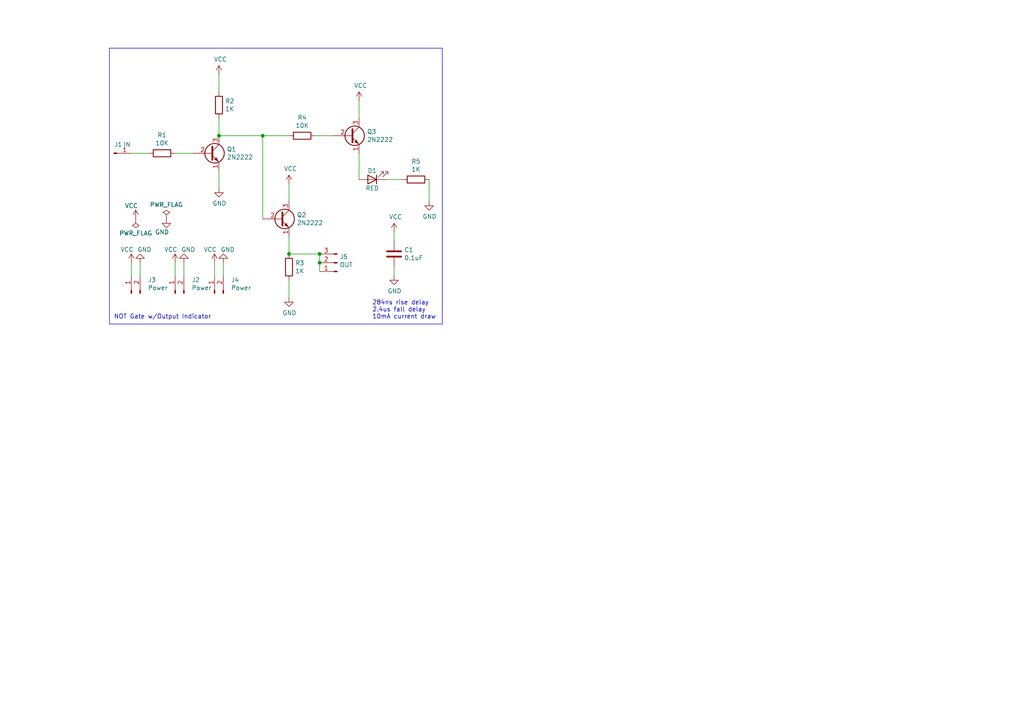
<source format=kicad_sch>
(kicad_sch (version 20230121) (generator eeschema)
  (paper "A4")
  (title_block (title "NOT Gate") (date "2019-12-22") (rev "2"))
  (lib_symbols
    (symbol "2n2222:2N2222" (pin_names (offset 0) hide)
      (property "Reference" "Q" (at 5.08 1.905 0))
      (property "Value" "2N2222" (at 5.08 0 0))
      (symbol "2N2222_0_1"
        (polyline (pts (xy 0.635 0.635) (xy 2.54 2.54)))
        (polyline (pts (xy 0.635 -0.635) (xy 2.54 -2.54) (xy 2.54 -2.54)))
        (polyline (pts (xy 0.635 1.905) (xy 0.635 -1.905) (xy 0.635 -1.905)) (stroke (width 0.508)))
        (polyline (pts (xy 1.27 -1.778) (xy 1.778 -1.27) (xy 2.286 -2.286) (xy 1.27 -1.778) (xy 1.27 -1.778)) (fill (type outline)))
        (circle (center 1.27 0) (radius 2.8194) (stroke (width 0.254)))
      )
      (symbol "2N2222_1_1"
        (pin passive line (at 2.54 -5.08 90) (length 2.54) (name "E") (number "1"))
        (pin passive line (at -5.08 0 0) (length 5.715) (name "B") (number "2"))
        (pin passive line (at 2.54 5.08 270) (length 2.54) (name "C") (number "3"))
      )
    )
    (symbol "Connector:Conn_01x01_Pin" (pin_names (offset 1.016) hide)
      (property "Reference" "J" (at 0 2.54 0))
      (property "Value" "Conn_01x01_Pin" (at 0 -2.54 0))
      (symbol "Conn_01x01_Pin_1_1"
        (polyline (pts (xy 1.27 0) (xy 0.8636 0)) (stroke (width 0.1524)))
        (rectangle (start 0.8636 0.127) (end 0 -0.127) (stroke (width 0.1524)) (fill (type outline)))
        (pin passive line (at 5.08 0 180) (length 3.81) (name "Pin_1") (number "1"))
      )
    )
    (symbol "Connector:Conn_01x02_Pin" (pin_names (offset 1.016) hide)
      (property "Reference" "J" (at 0 2.54 0))
      (property "Value" "Conn_01x02_Pin" (at 0 -5.08 0))
      (symbol "Conn_01x02_Pin_1_1"
        (polyline (pts (xy 1.27 -2.54) (xy 0.8636 -2.54)) (stroke (width 0.1524)))
        (polyline (pts (xy 1.27 0) (xy 0.8636 0)) (stroke (width 0.1524)))
        (rectangle (start 0.8636 -2.413) (end 0 -2.667) (stroke (width 0.1524)) (fill (type outline)))
        (rectangle (start 0.8636 0.127) (end 0 -0.127) (stroke (width 0.1524)) (fill (type outline)))
        (pin passive line (at 5.08 0 180) (length 3.81) (name "Pin_1") (number "1"))
        (pin passive line (at 5.08 -2.54 180) (length 3.81) (name "Pin_2") (number "2"))
      )
    )
    (symbol "Connector:Conn_01x03_Pin" (pin_names (offset 1.016) hide)
      (property "Reference" "J" (at 0 5.08 0))
      (property "Value" "Conn_01x03_Pin" (at 0 -5.08 0))
      (symbol "Conn_01x03_Pin_1_1"
        (polyline (pts (xy 1.27 -2.54) (xy 0.8636 -2.54)) (stroke (width 0.1524)))
        (polyline (pts (xy 1.27 0) (xy 0.8636 0)) (stroke (width 0.1524)))
        (polyline (pts (xy 1.27 2.54) (xy 0.8636 2.54)) (stroke (width 0.1524)))
        (rectangle (start 0.8636 -2.413) (end 0 -2.667) (stroke (width 0.1524)) (fill (type outline)))
        (rectangle (start 0.8636 0.127) (end 0 -0.127) (stroke (width 0.1524)) (fill (type outline)))
        (rectangle (start 0.8636 2.667) (end 0 2.413) (stroke (width 0.1524)) (fill (type outline)))
        (pin passive line (at 5.08 2.54 180) (length 3.81) (name "Pin_1") (number "1"))
        (pin passive line (at 5.08 0 180) (length 3.81) (name "Pin_2") (number "2"))
        (pin passive line (at 5.08 -2.54 180) (length 3.81) (name "Pin_3") (number "3"))
      )
    )
    (symbol "Device:C" (pin_numbers hide) (pin_names (offset 0.254))
      (property "Reference" "C" (at 0.635 2.54 0))
      (property "Value" "C" (at 0.635 -2.54 0))
      (symbol "C_0_1"
        (polyline (pts (xy -2.032 -0.762) (xy 2.032 -0.762)) (stroke (width 0.508)))
        (polyline (pts (xy -2.032 0.762) (xy 2.032 0.762)) (stroke (width 0.508)))
      )
      (symbol "C_1_1"
        (pin passive line (at 0 3.81 270) (length 2.794) (name "~") (number "1"))
        (pin passive line (at 0 -3.81 90) (length 2.794) (name "~") (number "2"))
      )
    )
    (symbol "Device:LED" (pin_numbers hide) (pin_names (offset 1.016) hide)
      (property "Reference" "D" (at 0 2.54 0))
      (property "Value" "LED" (at 0 -2.54 0))
      (symbol "LED_0_1"
        (polyline (pts (xy -1.27 -1.27) (xy -1.27 1.27)) (stroke (width 0.254)))
        (polyline (pts (xy -1.27 0) (xy 1.27 0)))
        (polyline (pts (xy 1.27 -1.27) (xy 1.27 1.27) (xy -1.27 0) (xy 1.27 -1.27)) (stroke (width 0.254)))
        (polyline (pts (xy -3.048 -0.762) (xy -4.572 -2.286) (xy -3.81 -2.286) (xy -4.572 -2.286) (xy -4.572 -1.524)))
        (polyline (pts (xy -1.778 -0.762) (xy -3.302 -2.286) (xy -2.54 -2.286) (xy -3.302 -2.286) (xy -3.302 -1.524)))
      )
      (symbol "LED_1_1"
        (pin passive line (at -3.81 0 0) (length 2.54) (name "K") (number "1"))
        (pin passive line (at 3.81 0 180) (length 2.54) (name "A") (number "2"))
      )
    )
    (symbol "Device:R" (pin_numbers hide) (pin_names (offset 0))
      (property "Reference" "R" (at 2.032 0 90))
      (property "Value" "R" (at 0 0 90))
      (symbol "R_0_1"
        (rectangle (start -1.016 -2.54) (end 1.016 2.54) (stroke (width 0.254)))
      )
      (symbol "R_1_1"
        (pin passive line (at 0 3.81 270) (length 1.27) (name "~") (number "1"))
        (pin passive line (at 0 -3.81 90) (length 1.27) (name "~") (number "2"))
      )
    )
    (symbol "power:GND" (power) (pin_names (offset 0))
      (property "Value" "GND" (at 0 -3.81 0))
      (symbol "GND_0_1"
        (polyline (pts (xy 0 0) (xy 0 -1.27) (xy 1.27 -1.27) (xy 0 -2.54) (xy -1.27 -1.27) (xy 0 -1.27)))
      )
      (symbol "GND_1_1"
        (pin power_in line (at 0 0 270) (length 0) hide (name "GND") (number "1"))
      )
    )
    (symbol "power:PWR_FLAG" (power) (pin_numbers hide) (pin_names (offset 0) hide)
      (property "Value" "PWR_FLAG" (at 0 3.81 0))
      (symbol "PWR_FLAG_0_0"
        (pin power_out line (at 0 0 90) (length 0) (name "pwr") (number "1"))
      )
      (symbol "PWR_FLAG_0_1"
        (polyline (pts (xy 0 0) (xy 0 1.27) (xy -1.016 1.905) (xy 0 2.54) (xy 1.016 1.905) (xy 0 1.27)))
      )
    )
    (symbol "power:VCC" (power) (pin_names (offset 0))
      (property "Value" "VCC" (at 0 3.81 0))
      (symbol "VCC_0_1"
        (polyline (pts (xy -0.762 1.27) (xy 0 2.54)))
        (polyline (pts (xy 0 0) (xy 0 2.54)))
        (polyline (pts (xy 0 2.54) (xy 0.762 1.27)))
      )
      (symbol "VCC_1_1"
        (pin power_in line (at 0 0 90) (length 0) hide (name "VCC") (number "1"))
      )
    )
  )
  (junction (at 92.71 76.2))
  (junction (at 92.71 73.66))
  (junction (at 76.2 39.37))
  (junction (at 83.82 73.66))
  (junction (at 63.5 39.37))
  (wire (pts (xy 83.82 39.37) (xy 76.2 39.37)))
  (wire (pts (xy 76.2 39.37) (xy 63.5 39.37)))
  (wire (pts (xy 50.8 76.2) (xy 50.8 80.01)))
  (wire (pts (xy 83.82 81.28) (xy 83.82 86.36)))
  (wire (pts (xy 53.34 80.01) (xy 53.34 76.2)))
  (wire (pts (xy 83.82 58.42) (xy 83.82 53.34)))
  (wire (pts (xy 83.82 73.66) (xy 92.71 73.66)))
  (polyline (pts (xy 31.75 13.97) (xy 31.75 93.98)))
  (wire (pts (xy 111.76 52.07) (xy 116.84 52.07)))
  (wire (pts (xy 114.3 67.31) (xy 114.3 69.85)))
  (wire (pts (xy 114.3 77.47) (xy 114.3 80.01)))
  (wire (pts (xy 38.1 80.01) (xy 38.1 76.2)))
  (wire (pts (xy 92.71 73.66) (xy 92.71 76.2)))
  (wire (pts (xy 62.23 76.2) (xy 62.23 80.01)))
  (polyline (pts (xy 128.27 93.98) (xy 128.27 13.97)))
  (wire (pts (xy 76.2 63.5) (xy 76.2 39.37)))
  (wire (pts (xy 91.44 39.37) (xy 96.52 39.37)))
  (wire (pts (xy 64.77 80.01) (xy 64.77 76.2)))
  (wire (pts (xy 104.14 44.45) (xy 104.14 52.07)))
  (wire (pts (xy 104.14 34.29) (xy 104.14 29.21)))
  (polyline (pts (xy 31.75 93.98) (xy 128.27 93.98)))
  (wire (pts (xy 63.5 49.53) (xy 63.5 54.61)))
  (wire (pts (xy 83.82 73.66) (xy 83.82 68.58)))
  (wire (pts (xy 50.8 44.45) (xy 55.88 44.45)))
  (wire (pts (xy 38.1 44.45) (xy 43.18 44.45)))
  (polyline (pts (xy 128.27 13.97) (xy 31.75 13.97)))
  (wire (pts (xy 63.5 39.37) (xy 63.5 34.29)))
  (wire (pts (xy 92.71 76.2) (xy 92.71 78.74)))
  (wire (pts (xy 63.5 26.67) (xy 63.5 21.59)))
  (wire (pts (xy 40.64 80.01) (xy 40.64 76.2)))
  (wire (pts (xy 124.46 52.07) (xy 124.46 58.42)))
  (text "284ns rise delay\n2.4us fall delay\n10mA current draw" (at 107.95 92.71 0) (effects (font (size 1.27 1.27)) (justify left bottom)))
  (text "NOT Gate w/Output Indicator" (at 33.02 92.71 0) (effects (font (size 1.27 1.27)) (justify left bottom)))
  (symbol (lib_id "Connector:Conn_01x01_Pin") (at 33.02 44.45 0) (unit 1)
    (property "Reference" "J1" (at 34.29 41.91 0))
    (property "Value" "IN" (at 36.83 41.91 0))
    (property "Footprint" "Connector_PinHeader_2.54mm:PinHeader_1x01_P2.54mm_Vertical" (effects hide))
  )
  (symbol (lib_id "Device:R") (at 46.99 44.45 270) (unit 1)
    (property "Reference" "R1" (at 46.99 39.1922 90))
    (property "Value" "10K" (at 46.99 41.5036 90))
    (property "Footprint" "Resistor_THT:R_Axial_DIN0309_L9.0mm_D3.2mm_P12.70mm_Horizontal" (effects hide))
  )
  (symbol (lib_id "Connector:Conn_01x03_Pin") (at 97.79 76.2 180) (unit 1)
    (property "Reference" "J5" (at 98.5012 74.4728 0) (effects (justify right)))
    (property "Value" "OUT" (at 98.5012 76.7842 0) (effects (justify right)))
    (property "Footprint" "Connector_PinHeader_2.54mm:PinHeader_1x03_P2.54mm_Vertical" (effects hide))
  )
  (symbol (lib_id "2n2222:2N2222") (at 60.96 44.45 0) (unit 1)
    (property "Reference" "Q1" (at 65.786 43.2816 0) (effects (justify left)))
    (property "Value" "2N2222" (at 65.786 45.593 0) (effects (justify left)))
    (property "Footprint" "Package_TO_SOT_THT:TO-92_Inline" (effects hide))
    (property "Datasheet" "https://www.fairchildsemi.com/datasheets/2N/2N3904.pdf" (effects hide))
  )
  (symbol (lib_id "2n2222:2N2222") (at 101.6 39.37 0) (unit 1)
    (property "Reference" "Q3" (at 106.426 38.2016 0) (effects (justify left)))
    (property "Value" "2N2222" (at 106.426 40.513 0) (effects (justify left)))
    (property "Footprint" "Package_TO_SOT_THT:TO-92_Inline" (effects hide))
    (property "Datasheet" "https://www.fairchildsemi.com/datasheets/2N/2N3904.pdf" (effects hide))
  )
  (symbol (lib_id "2n2222:2N2222") (at 81.28 63.5 0) (unit 1)
    (property "Reference" "Q2" (at 86.106 62.3316 0) (effects (justify left)))
    (property "Value" "2N2222" (at 86.106 64.643 0) (effects (justify left)))
    (property "Footprint" "Package_TO_SOT_THT:TO-92_Inline" (effects hide))
    (property "Datasheet" "https://www.fairchildsemi.com/datasheets/2N/2N3904.pdf" (effects hide))
  )
  (symbol (lib_id "Device:R") (at 87.63 39.37 270) (unit 1)
    (property "Reference" "R4" (at 87.63 34.1122 90))
    (property "Value" "10K" (at 87.63 36.4236 90))
    (property "Footprint" "Resistor_THT:R_Axial_DIN0309_L9.0mm_D3.2mm_P12.70mm_Horizontal" (effects hide))
  )
  (symbol (lib_id "Connector:Conn_01x02_Pin") (at 50.8 85.09 90) (unit 1)
    (property "Reference" "J2" (at 55.5752 81.1784 90) (effects (justify right)))
    (property "Value" "Power" (at 55.5752 83.4898 90) (effects (justify right)))
    (property "Footprint" "Connector_PinHeader_2.54mm:PinHeader_1x02_P2.54mm_Vertical" (effects hide))
  )
  (symbol (lib_id "Device:R") (at 120.65 52.07 90) (unit 1)
    (property "Reference" "R5" (at 120.65 46.8122 90))
    (property "Value" "1K" (at 120.65 49.1236 90))
    (property "Footprint" "Resistor_THT:R_Axial_DIN0309_L9.0mm_D3.2mm_P12.70mm_Horizontal" (effects hide))
  )
  (symbol (lib_id "Device:R") (at 83.82 77.47 0) (unit 1)
    (property "Reference" "R3" (at 85.598 76.3016 0) (effects (justify left)))
    (property "Value" "1K" (at 85.598 78.613 0) (effects (justify left)))
    (property "Footprint" "Resistor_THT:R_Axial_DIN0309_L9.0mm_D3.2mm_P12.70mm_Horizontal" (effects hide))
  )
  (symbol (lib_id "Device:R") (at 63.5 30.48 0) (unit 1)
    (property "Reference" "R2" (at 65.278 29.3116 0) (effects (justify left)))
    (property "Value" "1K" (at 65.278 31.623 0) (effects (justify left)))
    (property "Footprint" "Resistor_THT:R_Axial_DIN0309_L9.0mm_D3.2mm_P12.70mm_Horizontal" (effects hide))
  )
  (symbol (lib_id "Connector:Conn_01x02_Pin") (at 62.23 85.09 90) (unit 1)
    (property "Reference" "J4" (at 67.0052 81.1784 90) (effects (justify right)))
    (property "Value" "Power" (at 67.0052 83.4898 90) (effects (justify right)))
    (property "Footprint" "Connector_PinHeader_2.54mm:PinHeader_1x02_P2.54mm_Vertical" (effects hide))
  )
  (symbol (lib_id "power:VCC") (at 63.5 21.59 0) (unit 1)
    (property "Reference" "#PWR01" (effects hide))
    (property "Value" "VCC" (at 63.9318 17.1958 0))
  )
  (symbol (lib_id "power:VCC") (at 104.14 29.21 0) (unit 1)
    (property "Reference" "#PWR05" (effects hide))
    (property "Value" "VCC" (at 104.5718 24.8158 0))
  )
  (symbol (lib_id "power:GND") (at 53.34 76.2 180) (unit 1)
    (property "Reference" "#PWR010" (effects hide))
    (property "Value" "GND" (at 54.61 72.39 0))
  )
  (symbol (lib_id "power:GND") (at 63.5 54.61 0) (unit 1)
    (property "Reference" "#PWR02" (effects hide))
    (property "Value" "GND" (at 63.627 59.0042 0))
  )
  (symbol (lib_id "power:GND") (at 64.77 76.2 180) (unit 1)
    (property "Reference" "#PWR012" (effects hide))
    (property "Value" "GND" (at 66.04 72.39 0))
  )
  (symbol (lib_id "power:GND") (at 124.46 58.42 0) (unit 1)
    (property "Reference" "#PWR06" (effects hide))
    (property "Value" "GND" (at 124.587 62.8142 0))
  )
  (symbol (lib_id "power:GND") (at 83.82 86.36 0) (unit 1)
    (property "Reference" "#PWR04" (effects hide))
    (property "Value" "GND" (at 83.947 90.7542 0))
  )
  (symbol (lib_id "power:VCC") (at 50.8 76.2 0) (unit 1)
    (property "Reference" "#PWR09" (effects hide))
    (property "Value" "VCC" (at 49.53 72.39 0))
  )
  (symbol (lib_id "power:VCC") (at 62.23 76.2 0) (unit 1)
    (property "Reference" "#PWR011" (effects hide))
    (property "Value" "VCC" (at 60.96 72.39 0))
  )
  (symbol (lib_id "Device:LED") (at 107.95 52.07 180) (unit 1)
    (property "Reference" "D1" (at 107.95 49.53 0))
    (property "Value" "RED" (at 107.95 54.61 0))
    (property "Footprint" "LED_THT:LED_D5.0mm" (effects hide))
  )
  (symbol (lib_id "power:VCC") (at 83.82 53.34 0) (unit 1)
    (property "Reference" "#PWR03" (effects hide))
    (property "Value" "VCC" (at 84.2518 48.9458 0))
  )
  (symbol (lib_id "power:VCC") (at 114.3 67.31 0) (unit 1)
    (property "Reference" "#PWR013" (effects hide))
    (property "Value" "VCC" (at 114.7318 62.9158 0))
  )
  (symbol (lib_id "power:GND") (at 114.3 80.01 0) (unit 1)
    (property "Reference" "#PWR014" (effects hide))
    (property "Value" "GND" (at 114.427 84.4042 0))
  )
  (symbol (lib_id "Device:C") (at 114.3 73.66 0) (unit 1)
    (property "Reference" "C1" (at 117.221 72.4916 0) (effects (justify left)))
    (property "Value" "0.1uF" (at 117.221 74.803 0) (effects (justify left)))
    (property "Footprint" "Capacitor_THT:C_Disc_D4.3mm_W1.9mm_P5.00mm" (effects hide))
  )
  (symbol (lib_id "Connector:Conn_01x02_Pin") (at 38.1 85.09 90) (unit 1)
    (property "Reference" "J3" (at 42.8752 81.1784 90) (effects (justify right)))
    (property "Value" "Power" (at 42.8752 83.4898 90) (effects (justify right)))
    (property "Footprint" "Connector_PinHeader_2.54mm:PinHeader_1x02_P2.54mm_Vertical" (effects hide))
  )
  (symbol (lib_id "power:VCC") (at 38.1 76.2 0) (unit 1)
    (property "Reference" "#PWR07" (effects hide))
    (property "Value" "VCC" (at 36.83 72.39 0))
  )
  (symbol (lib_id "power:GND") (at 40.64 76.2 180) (unit 1)
    (property "Reference" "#PWR08" (effects hide))
    (property "Value" "GND" (at 41.91 72.39 0))
  )
  (symbol (lib_id "power:VCC") (at 39.37 63.5 0) (unit 1)
    (property "Reference" "#PWR015" (effects hide))
    (property "Value" "VCC" (at 38.1 59.69 0))
  )
  (symbol (lib_id "power:PWR_FLAG") (at 48.26 63.5 0) (unit 1)
    (property "Reference" "#FLG02" (effects hide))
    (property "Value" "PWR_FLAG" (at 48.26 59.3669 0))
  )
  (symbol (lib_id "power:PWR_FLAG") (at 39.37 63.5 180) (unit 1)
    (property "Reference" "#FLG01" (effects hide))
    (property "Value" "PWR_FLAG" (at 39.37 67.6331 0))
  )
  (symbol (lib_id "power:GND") (at 48.26 63.5 0) (unit 1)
    (property "Reference" "#PWR016" (effects hide))
    (property "Value" "GND" (at 46.99 67.31 0))
  )
)
</source>
